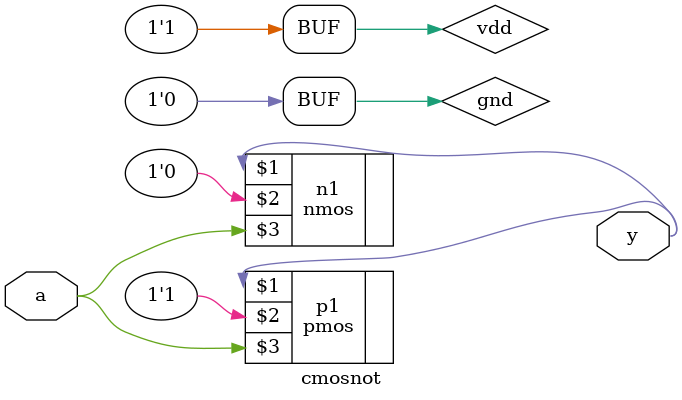
<source format=v>
module cmosnot(y, a); // cmos not gate
  input a;  // input instance a
  output y; // output instance f=-a
  // fuentes de voltaje -> supply
  supply1 vdd;   // 1 lógico (power)
  supply0 gnd;    // 0 lógico (ground)

  // transistor pmos -> primitiva de verilog
  // pmos (drain, source, gate);
  pmos p1 (y, vdd, a);

  // nmos (drain, source, gate);
  nmos n1(y, gnd, a);

endmodule

</source>
